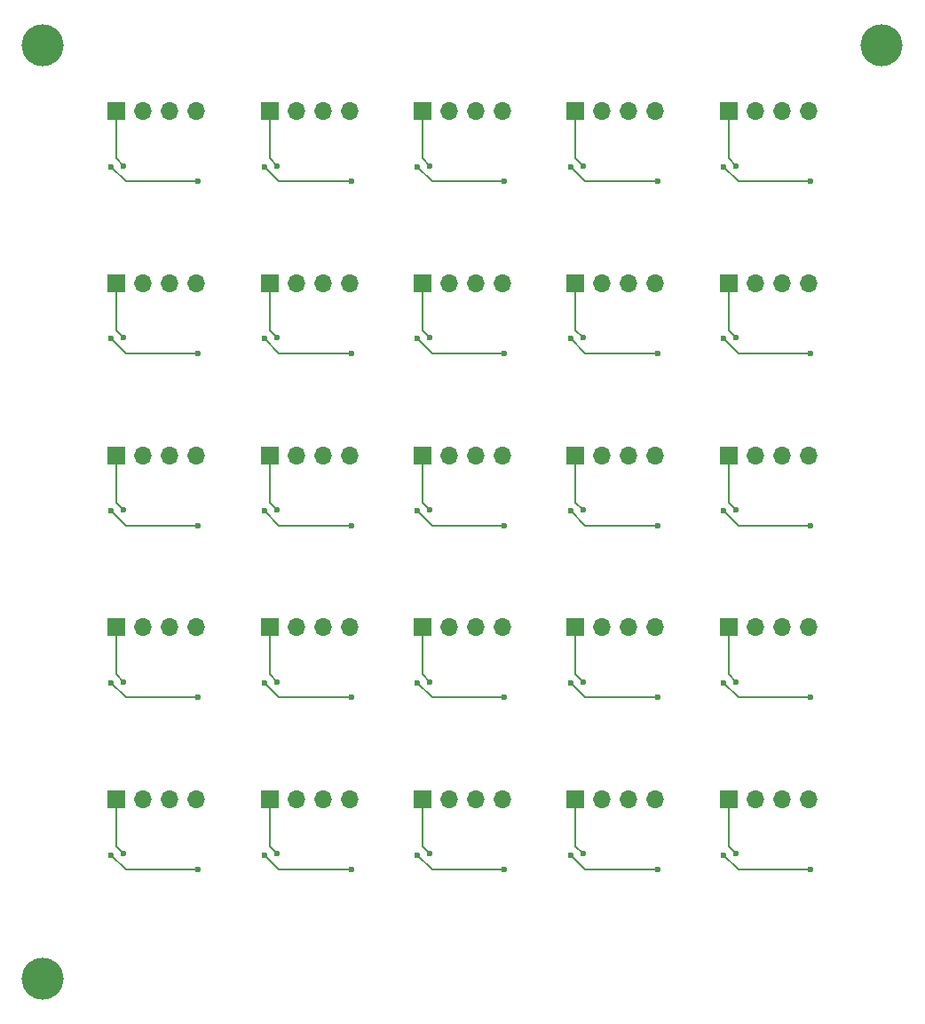
<source format=gbr>
%TF.GenerationSoftware,KiCad,Pcbnew,7.0.6-1.fc38*%
%TF.CreationDate,2023-07-31T16:19:08-04:00*%
%TF.ProjectId,bno085-i2c-board-v4-square-panel,626e6f30-3835-42d6-9932-632d626f6172,rev?*%
%TF.SameCoordinates,Original*%
%TF.FileFunction,Copper,L2,Bot*%
%TF.FilePolarity,Positive*%
%FSLAX46Y46*%
G04 Gerber Fmt 4.6, Leading zero omitted, Abs format (unit mm)*
G04 Created by KiCad (PCBNEW 7.0.6-1.fc38) date 2023-07-31 16:19:08*
%MOMM*%
%LPD*%
G01*
G04 APERTURE LIST*
%TA.AperFunction,ComponentPad*%
%ADD10R,1.700000X1.700000*%
%TD*%
%TA.AperFunction,ComponentPad*%
%ADD11O,1.700000X1.700000*%
%TD*%
%TA.AperFunction,SMDPad,CuDef*%
%ADD12C,4.000000*%
%TD*%
%TA.AperFunction,ViaPad*%
%ADD13C,0.600000*%
%TD*%
%TA.AperFunction,Conductor*%
%ADD14C,0.200000*%
%TD*%
G04 APERTURE END LIST*
D10*
%TO.P,J5,1,Pin_1*%
%TO.N,Board_20-GND*%
X9500000Y-74400000D03*
D11*
%TO.P,J5,2,Pin_2*%
%TO.N,Board_20-+3.3V*%
X12040000Y-74400000D03*
%TO.P,J5,3,Pin_3*%
%TO.N,Board_20-Net-(J5-Pin_3)*%
X14580000Y-74400000D03*
%TO.P,J5,4,Pin_4*%
%TO.N,Board_20-Net-(J5-Pin_4)*%
X17120000Y-74400000D03*
%TD*%
D10*
%TO.P,J5,1,Pin_1*%
%TO.N,Board_1-GND*%
X24100000Y-8800000D03*
D11*
%TO.P,J5,2,Pin_2*%
%TO.N,Board_1-+3.3V*%
X26640000Y-8800000D03*
%TO.P,J5,3,Pin_3*%
%TO.N,Board_1-Net-(J5-Pin_3)*%
X29180000Y-8800000D03*
%TO.P,J5,4,Pin_4*%
%TO.N,Board_1-Net-(J5-Pin_4)*%
X31720000Y-8800000D03*
%TD*%
D10*
%TO.P,J5,1,Pin_1*%
%TO.N,Board_24-GND*%
X67900000Y-74400000D03*
D11*
%TO.P,J5,2,Pin_2*%
%TO.N,Board_24-+3.3V*%
X70440000Y-74400000D03*
%TO.P,J5,3,Pin_3*%
%TO.N,Board_24-Net-(J5-Pin_3)*%
X72980000Y-74400000D03*
%TO.P,J5,4,Pin_4*%
%TO.N,Board_24-Net-(J5-Pin_4)*%
X75520000Y-74400000D03*
%TD*%
D10*
%TO.P,J5,1,Pin_1*%
%TO.N,Board_3-GND*%
X53300000Y-8800000D03*
D11*
%TO.P,J5,2,Pin_2*%
%TO.N,Board_3-+3.3V*%
X55840000Y-8800000D03*
%TO.P,J5,3,Pin_3*%
%TO.N,Board_3-Net-(J5-Pin_3)*%
X58380000Y-8800000D03*
%TO.P,J5,4,Pin_4*%
%TO.N,Board_3-Net-(J5-Pin_4)*%
X60920000Y-8800000D03*
%TD*%
D10*
%TO.P,J5,1,Pin_1*%
%TO.N,Board_8-GND*%
X53300000Y-25200000D03*
D11*
%TO.P,J5,2,Pin_2*%
%TO.N,Board_8-+3.3V*%
X55840000Y-25200000D03*
%TO.P,J5,3,Pin_3*%
%TO.N,Board_8-Net-(J5-Pin_3)*%
X58380000Y-25200000D03*
%TO.P,J5,4,Pin_4*%
%TO.N,Board_8-Net-(J5-Pin_4)*%
X60920000Y-25200000D03*
%TD*%
D10*
%TO.P,J5,1,Pin_1*%
%TO.N,Board_17-GND*%
X38700000Y-58000000D03*
D11*
%TO.P,J5,2,Pin_2*%
%TO.N,Board_17-+3.3V*%
X41240000Y-58000000D03*
%TO.P,J5,3,Pin_3*%
%TO.N,Board_17-Net-(J5-Pin_3)*%
X43780000Y-58000000D03*
%TO.P,J5,4,Pin_4*%
%TO.N,Board_17-Net-(J5-Pin_4)*%
X46320000Y-58000000D03*
%TD*%
D10*
%TO.P,J5,1,Pin_1*%
%TO.N,Board_9-GND*%
X67900000Y-25200000D03*
D11*
%TO.P,J5,2,Pin_2*%
%TO.N,Board_9-+3.3V*%
X70440000Y-25200000D03*
%TO.P,J5,3,Pin_3*%
%TO.N,Board_9-Net-(J5-Pin_3)*%
X72980000Y-25200000D03*
%TO.P,J5,4,Pin_4*%
%TO.N,Board_9-Net-(J5-Pin_4)*%
X75520000Y-25200000D03*
%TD*%
D10*
%TO.P,J5,1,Pin_1*%
%TO.N,Board_18-GND*%
X53300000Y-58000000D03*
D11*
%TO.P,J5,2,Pin_2*%
%TO.N,Board_18-+3.3V*%
X55840000Y-58000000D03*
%TO.P,J5,3,Pin_3*%
%TO.N,Board_18-Net-(J5-Pin_3)*%
X58380000Y-58000000D03*
%TO.P,J5,4,Pin_4*%
%TO.N,Board_18-Net-(J5-Pin_4)*%
X60920000Y-58000000D03*
%TD*%
D10*
%TO.P,J5,1,Pin_1*%
%TO.N,Board_21-GND*%
X24100000Y-74400000D03*
D11*
%TO.P,J5,2,Pin_2*%
%TO.N,Board_21-+3.3V*%
X26640000Y-74400000D03*
%TO.P,J5,3,Pin_3*%
%TO.N,Board_21-Net-(J5-Pin_3)*%
X29180000Y-74400000D03*
%TO.P,J5,4,Pin_4*%
%TO.N,Board_21-Net-(J5-Pin_4)*%
X31720000Y-74400000D03*
%TD*%
D10*
%TO.P,J5,1,Pin_1*%
%TO.N,Board_4-GND*%
X67900000Y-8800000D03*
D11*
%TO.P,J5,2,Pin_2*%
%TO.N,Board_4-+3.3V*%
X70440000Y-8800000D03*
%TO.P,J5,3,Pin_3*%
%TO.N,Board_4-Net-(J5-Pin_3)*%
X72980000Y-8800000D03*
%TO.P,J5,4,Pin_4*%
%TO.N,Board_4-Net-(J5-Pin_4)*%
X75520000Y-8800000D03*
%TD*%
D10*
%TO.P,J5,1,Pin_1*%
%TO.N,Board_13-GND*%
X53300000Y-41600000D03*
D11*
%TO.P,J5,2,Pin_2*%
%TO.N,Board_13-+3.3V*%
X55840000Y-41600000D03*
%TO.P,J5,3,Pin_3*%
%TO.N,Board_13-Net-(J5-Pin_3)*%
X58380000Y-41600000D03*
%TO.P,J5,4,Pin_4*%
%TO.N,Board_13-Net-(J5-Pin_4)*%
X60920000Y-41600000D03*
%TD*%
D10*
%TO.P,J5,1,Pin_1*%
%TO.N,Board_6-GND*%
X24100000Y-25200000D03*
D11*
%TO.P,J5,2,Pin_2*%
%TO.N,Board_6-+3.3V*%
X26640000Y-25200000D03*
%TO.P,J5,3,Pin_3*%
%TO.N,Board_6-Net-(J5-Pin_3)*%
X29180000Y-25200000D03*
%TO.P,J5,4,Pin_4*%
%TO.N,Board_6-Net-(J5-Pin_4)*%
X31720000Y-25200000D03*
%TD*%
D10*
%TO.P,J5,1,Pin_1*%
%TO.N,Board_14-GND*%
X67900000Y-41600000D03*
D11*
%TO.P,J5,2,Pin_2*%
%TO.N,Board_14-+3.3V*%
X70440000Y-41600000D03*
%TO.P,J5,3,Pin_3*%
%TO.N,Board_14-Net-(J5-Pin_3)*%
X72980000Y-41600000D03*
%TO.P,J5,4,Pin_4*%
%TO.N,Board_14-Net-(J5-Pin_4)*%
X75520000Y-41600000D03*
%TD*%
D10*
%TO.P,J5,1,Pin_1*%
%TO.N,Board_15-GND*%
X9500000Y-58000000D03*
D11*
%TO.P,J5,2,Pin_2*%
%TO.N,Board_15-+3.3V*%
X12040000Y-58000000D03*
%TO.P,J5,3,Pin_3*%
%TO.N,Board_15-Net-(J5-Pin_3)*%
X14580000Y-58000000D03*
%TO.P,J5,4,Pin_4*%
%TO.N,Board_15-Net-(J5-Pin_4)*%
X17120000Y-58000000D03*
%TD*%
D10*
%TO.P,J5,1,Pin_1*%
%TO.N,Board_19-GND*%
X67900000Y-58000000D03*
D11*
%TO.P,J5,2,Pin_2*%
%TO.N,Board_19-+3.3V*%
X70440000Y-58000000D03*
%TO.P,J5,3,Pin_3*%
%TO.N,Board_19-Net-(J5-Pin_3)*%
X72980000Y-58000000D03*
%TO.P,J5,4,Pin_4*%
%TO.N,Board_19-Net-(J5-Pin_4)*%
X75520000Y-58000000D03*
%TD*%
D10*
%TO.P,J5,1,Pin_1*%
%TO.N,Board_2-GND*%
X38700000Y-8800000D03*
D11*
%TO.P,J5,2,Pin_2*%
%TO.N,Board_2-+3.3V*%
X41240000Y-8800000D03*
%TO.P,J5,3,Pin_3*%
%TO.N,Board_2-Net-(J5-Pin_3)*%
X43780000Y-8800000D03*
%TO.P,J5,4,Pin_4*%
%TO.N,Board_2-Net-(J5-Pin_4)*%
X46320000Y-8800000D03*
%TD*%
D10*
%TO.P,J5,1,Pin_1*%
%TO.N,Board_11-GND*%
X24100000Y-41600000D03*
D11*
%TO.P,J5,2,Pin_2*%
%TO.N,Board_11-+3.3V*%
X26640000Y-41600000D03*
%TO.P,J5,3,Pin_3*%
%TO.N,Board_11-Net-(J5-Pin_3)*%
X29180000Y-41600000D03*
%TO.P,J5,4,Pin_4*%
%TO.N,Board_11-Net-(J5-Pin_4)*%
X31720000Y-41600000D03*
%TD*%
D10*
%TO.P,J5,1,Pin_1*%
%TO.N,Board_12-GND*%
X38700000Y-41600000D03*
D11*
%TO.P,J5,2,Pin_2*%
%TO.N,Board_12-+3.3V*%
X41240000Y-41600000D03*
%TO.P,J5,3,Pin_3*%
%TO.N,Board_12-Net-(J5-Pin_3)*%
X43780000Y-41600000D03*
%TO.P,J5,4,Pin_4*%
%TO.N,Board_12-Net-(J5-Pin_4)*%
X46320000Y-41600000D03*
%TD*%
D10*
%TO.P,J5,1,Pin_1*%
%TO.N,Board_0-GND*%
X9500000Y-8800000D03*
D11*
%TO.P,J5,2,Pin_2*%
%TO.N,Board_0-+3.3V*%
X12040000Y-8800000D03*
%TO.P,J5,3,Pin_3*%
%TO.N,Board_0-Net-(J5-Pin_3)*%
X14580000Y-8800000D03*
%TO.P,J5,4,Pin_4*%
%TO.N,Board_0-Net-(J5-Pin_4)*%
X17120000Y-8800000D03*
%TD*%
D10*
%TO.P,J5,1,Pin_1*%
%TO.N,Board_16-GND*%
X24100000Y-58000000D03*
D11*
%TO.P,J5,2,Pin_2*%
%TO.N,Board_16-+3.3V*%
X26640000Y-58000000D03*
%TO.P,J5,3,Pin_3*%
%TO.N,Board_16-Net-(J5-Pin_3)*%
X29180000Y-58000000D03*
%TO.P,J5,4,Pin_4*%
%TO.N,Board_16-Net-(J5-Pin_4)*%
X31720000Y-58000000D03*
%TD*%
D10*
%TO.P,J5,1,Pin_1*%
%TO.N,Board_22-GND*%
X38700000Y-74400000D03*
D11*
%TO.P,J5,2,Pin_2*%
%TO.N,Board_22-+3.3V*%
X41240000Y-74400000D03*
%TO.P,J5,3,Pin_3*%
%TO.N,Board_22-Net-(J5-Pin_3)*%
X43780000Y-74400000D03*
%TO.P,J5,4,Pin_4*%
%TO.N,Board_22-Net-(J5-Pin_4)*%
X46320000Y-74400000D03*
%TD*%
D10*
%TO.P,J5,1,Pin_1*%
%TO.N,Board_23-GND*%
X53300000Y-74400000D03*
D11*
%TO.P,J5,2,Pin_2*%
%TO.N,Board_23-+3.3V*%
X55840000Y-74400000D03*
%TO.P,J5,3,Pin_3*%
%TO.N,Board_23-Net-(J5-Pin_3)*%
X58380000Y-74400000D03*
%TO.P,J5,4,Pin_4*%
%TO.N,Board_23-Net-(J5-Pin_4)*%
X60920000Y-74400000D03*
%TD*%
D10*
%TO.P,J5,1,Pin_1*%
%TO.N,Board_10-GND*%
X9500000Y-41600000D03*
D11*
%TO.P,J5,2,Pin_2*%
%TO.N,Board_10-+3.3V*%
X12040000Y-41600000D03*
%TO.P,J5,3,Pin_3*%
%TO.N,Board_10-Net-(J5-Pin_3)*%
X14580000Y-41600000D03*
%TO.P,J5,4,Pin_4*%
%TO.N,Board_10-Net-(J5-Pin_4)*%
X17120000Y-41600000D03*
%TD*%
D10*
%TO.P,J5,1,Pin_1*%
%TO.N,Board_5-GND*%
X9500000Y-25200000D03*
D11*
%TO.P,J5,2,Pin_2*%
%TO.N,Board_5-+3.3V*%
X12040000Y-25200000D03*
%TO.P,J5,3,Pin_3*%
%TO.N,Board_5-Net-(J5-Pin_3)*%
X14580000Y-25200000D03*
%TO.P,J5,4,Pin_4*%
%TO.N,Board_5-Net-(J5-Pin_4)*%
X17120000Y-25200000D03*
%TD*%
D10*
%TO.P,J5,1,Pin_1*%
%TO.N,Board_7-GND*%
X38700000Y-25200000D03*
D11*
%TO.P,J5,2,Pin_2*%
%TO.N,Board_7-+3.3V*%
X41240000Y-25200000D03*
%TO.P,J5,3,Pin_3*%
%TO.N,Board_7-Net-(J5-Pin_3)*%
X43780000Y-25200000D03*
%TO.P,J5,4,Pin_4*%
%TO.N,Board_7-Net-(J5-Pin_4)*%
X46320000Y-25200000D03*
%TD*%
D12*
%TO.P,REF\u002A\u002A,*%
%TO.N,*%
X2500000Y-91500000D03*
%TD*%
%TO.P,REF\u002A\u002A,*%
%TO.N,*%
X82500000Y-2500000D03*
%TD*%
%TO.P,REF\u002A\u002A,*%
%TO.N,*%
X2500000Y-2500000D03*
%TD*%
D13*
%TO.N,Board_0-GND*%
X10200000Y-14000000D03*
%TO.N,Board_0-Net-(J5-Pin_3)*%
X9000000Y-14100000D03*
X17300000Y-15500000D03*
%TO.N,Board_1-GND*%
X24800000Y-14000000D03*
%TO.N,Board_1-Net-(J5-Pin_3)*%
X31900000Y-15500000D03*
X23600000Y-14100000D03*
%TO.N,Board_2-GND*%
X39400000Y-14000000D03*
%TO.N,Board_2-Net-(J5-Pin_3)*%
X46500000Y-15500000D03*
X38200000Y-14100000D03*
%TO.N,Board_3-GND*%
X54000000Y-14000000D03*
%TO.N,Board_3-Net-(J5-Pin_3)*%
X52800000Y-14100000D03*
X61100000Y-15500000D03*
%TO.N,Board_4-GND*%
X68600000Y-14000000D03*
%TO.N,Board_4-Net-(J5-Pin_3)*%
X75700000Y-15500000D03*
X67400000Y-14100000D03*
%TO.N,Board_5-GND*%
X10200000Y-30400000D03*
%TO.N,Board_5-Net-(J5-Pin_3)*%
X17300000Y-31900000D03*
X9000000Y-30500000D03*
%TO.N,Board_6-GND*%
X24800000Y-30400000D03*
%TO.N,Board_6-Net-(J5-Pin_3)*%
X31900000Y-31900000D03*
X23600000Y-30500000D03*
%TO.N,Board_7-GND*%
X39400000Y-30400000D03*
%TO.N,Board_7-Net-(J5-Pin_3)*%
X46500000Y-31900000D03*
X38200000Y-30500000D03*
%TO.N,Board_8-GND*%
X54000000Y-30400000D03*
%TO.N,Board_8-Net-(J5-Pin_3)*%
X52800000Y-30500000D03*
X61100000Y-31900000D03*
%TO.N,Board_9-GND*%
X68600000Y-30400000D03*
%TO.N,Board_9-Net-(J5-Pin_3)*%
X67400000Y-30500000D03*
X75700000Y-31900000D03*
%TO.N,Board_10-GND*%
X10200000Y-46800000D03*
%TO.N,Board_10-Net-(J5-Pin_3)*%
X9000000Y-46900000D03*
X17300000Y-48300000D03*
%TO.N,Board_11-GND*%
X24800000Y-46800000D03*
%TO.N,Board_11-Net-(J5-Pin_3)*%
X31900000Y-48300000D03*
X23600000Y-46900000D03*
%TO.N,Board_12-GND*%
X39400000Y-46800000D03*
%TO.N,Board_12-Net-(J5-Pin_3)*%
X46500000Y-48300000D03*
X38200000Y-46900000D03*
%TO.N,Board_13-GND*%
X54000000Y-46800000D03*
%TO.N,Board_13-Net-(J5-Pin_3)*%
X52800000Y-46900000D03*
X61100000Y-48300000D03*
%TO.N,Board_14-GND*%
X68600000Y-46800000D03*
%TO.N,Board_14-Net-(J5-Pin_3)*%
X67400000Y-46900000D03*
X75700000Y-48300000D03*
%TO.N,Board_15-GND*%
X10200000Y-63200000D03*
%TO.N,Board_15-Net-(J5-Pin_3)*%
X17300000Y-64700000D03*
X9000000Y-63300000D03*
%TO.N,Board_16-GND*%
X24800000Y-63200000D03*
%TO.N,Board_16-Net-(J5-Pin_3)*%
X23600000Y-63300000D03*
X31900000Y-64700000D03*
%TO.N,Board_17-GND*%
X39400000Y-63200000D03*
%TO.N,Board_17-Net-(J5-Pin_3)*%
X38200000Y-63300000D03*
X46500000Y-64700000D03*
%TO.N,Board_18-GND*%
X54000000Y-63200000D03*
%TO.N,Board_18-Net-(J5-Pin_3)*%
X61100000Y-64700000D03*
X52800000Y-63300000D03*
%TO.N,Board_19-GND*%
X68600000Y-63200000D03*
%TO.N,Board_19-Net-(J5-Pin_3)*%
X75700000Y-64700000D03*
X67400000Y-63300000D03*
%TO.N,Board_20-GND*%
X10200000Y-79600000D03*
%TO.N,Board_20-Net-(J5-Pin_3)*%
X17300000Y-81100000D03*
X9000000Y-79700000D03*
%TO.N,Board_21-GND*%
X24800000Y-79600000D03*
%TO.N,Board_21-Net-(J5-Pin_3)*%
X23600000Y-79700000D03*
X31900000Y-81100000D03*
%TO.N,Board_22-GND*%
X39400000Y-79600000D03*
%TO.N,Board_22-Net-(J5-Pin_3)*%
X38200000Y-79700000D03*
X46500000Y-81100000D03*
%TO.N,Board_23-GND*%
X54000000Y-79600000D03*
%TO.N,Board_23-Net-(J5-Pin_3)*%
X61100000Y-81100000D03*
X52800000Y-79700000D03*
%TO.N,Board_24-GND*%
X68600000Y-79600000D03*
%TO.N,Board_24-Net-(J5-Pin_3)*%
X75700000Y-81100000D03*
X67400000Y-79700000D03*
%TD*%
D14*
%TO.N,Board_0-GND*%
X9500000Y-13300000D02*
X9500000Y-8800000D01*
X10200000Y-14000000D02*
X9500000Y-13300000D01*
%TO.N,Board_0-Net-(J5-Pin_3)*%
X9000000Y-14100000D02*
X10400000Y-15500000D01*
X10400000Y-15500000D02*
X17300000Y-15500000D01*
%TO.N,Board_1-GND*%
X24100000Y-13300000D02*
X24100000Y-8800000D01*
X24800000Y-14000000D02*
X24100000Y-13300000D01*
%TO.N,Board_1-Net-(J5-Pin_3)*%
X23600000Y-14100000D02*
X25000000Y-15500000D01*
X25000000Y-15500000D02*
X31900000Y-15500000D01*
%TO.N,Board_2-GND*%
X38700000Y-13300000D02*
X38700000Y-8800000D01*
X39400000Y-14000000D02*
X38700000Y-13300000D01*
%TO.N,Board_2-Net-(J5-Pin_3)*%
X38200000Y-14100000D02*
X39600000Y-15500000D01*
X39600000Y-15500000D02*
X46500000Y-15500000D01*
%TO.N,Board_3-GND*%
X53300000Y-13300000D02*
X53300000Y-8800000D01*
X54000000Y-14000000D02*
X53300000Y-13300000D01*
%TO.N,Board_3-Net-(J5-Pin_3)*%
X52800000Y-14100000D02*
X54200000Y-15500000D01*
X54200000Y-15500000D02*
X61100000Y-15500000D01*
%TO.N,Board_4-GND*%
X68600000Y-14000000D02*
X67900000Y-13300000D01*
X67900000Y-13300000D02*
X67900000Y-8800000D01*
%TO.N,Board_4-Net-(J5-Pin_3)*%
X67400000Y-14100000D02*
X68800000Y-15500000D01*
X68800000Y-15500000D02*
X75700000Y-15500000D01*
%TO.N,Board_5-GND*%
X10200000Y-30400000D02*
X9500000Y-29700000D01*
X9500000Y-29700000D02*
X9500000Y-25200000D01*
%TO.N,Board_5-Net-(J5-Pin_3)*%
X10400000Y-31900000D02*
X17300000Y-31900000D01*
X9000000Y-30500000D02*
X10400000Y-31900000D01*
%TO.N,Board_6-GND*%
X24100000Y-29700000D02*
X24100000Y-25200000D01*
X24800000Y-30400000D02*
X24100000Y-29700000D01*
%TO.N,Board_6-Net-(J5-Pin_3)*%
X23600000Y-30500000D02*
X25000000Y-31900000D01*
X25000000Y-31900000D02*
X31900000Y-31900000D01*
%TO.N,Board_7-GND*%
X38700000Y-29700000D02*
X38700000Y-25200000D01*
X39400000Y-30400000D02*
X38700000Y-29700000D01*
%TO.N,Board_7-Net-(J5-Pin_3)*%
X38200000Y-30500000D02*
X39600000Y-31900000D01*
X39600000Y-31900000D02*
X46500000Y-31900000D01*
%TO.N,Board_8-GND*%
X54000000Y-30400000D02*
X53300000Y-29700000D01*
X53300000Y-29700000D02*
X53300000Y-25200000D01*
%TO.N,Board_8-Net-(J5-Pin_3)*%
X52800000Y-30500000D02*
X54200000Y-31900000D01*
X54200000Y-31900000D02*
X61100000Y-31900000D01*
%TO.N,Board_9-GND*%
X67900000Y-29700000D02*
X67900000Y-25200000D01*
X68600000Y-30400000D02*
X67900000Y-29700000D01*
%TO.N,Board_9-Net-(J5-Pin_3)*%
X68800000Y-31900000D02*
X75700000Y-31900000D01*
X67400000Y-30500000D02*
X68800000Y-31900000D01*
%TO.N,Board_10-GND*%
X9500000Y-46100000D02*
X9500000Y-41600000D01*
X10200000Y-46800000D02*
X9500000Y-46100000D01*
%TO.N,Board_10-Net-(J5-Pin_3)*%
X10400000Y-48300000D02*
X17300000Y-48300000D01*
X9000000Y-46900000D02*
X10400000Y-48300000D01*
%TO.N,Board_11-GND*%
X24800000Y-46800000D02*
X24100000Y-46100000D01*
X24100000Y-46100000D02*
X24100000Y-41600000D01*
%TO.N,Board_11-Net-(J5-Pin_3)*%
X23600000Y-46900000D02*
X25000000Y-48300000D01*
X25000000Y-48300000D02*
X31900000Y-48300000D01*
%TO.N,Board_12-GND*%
X39400000Y-46800000D02*
X38700000Y-46100000D01*
X38700000Y-46100000D02*
X38700000Y-41600000D01*
%TO.N,Board_12-Net-(J5-Pin_3)*%
X38200000Y-46900000D02*
X39600000Y-48300000D01*
X39600000Y-48300000D02*
X46500000Y-48300000D01*
%TO.N,Board_13-GND*%
X54000000Y-46800000D02*
X53300000Y-46100000D01*
X53300000Y-46100000D02*
X53300000Y-41600000D01*
%TO.N,Board_13-Net-(J5-Pin_3)*%
X52800000Y-46900000D02*
X54200000Y-48300000D01*
X54200000Y-48300000D02*
X61100000Y-48300000D01*
%TO.N,Board_14-GND*%
X67900000Y-46100000D02*
X67900000Y-41600000D01*
X68600000Y-46800000D02*
X67900000Y-46100000D01*
%TO.N,Board_14-Net-(J5-Pin_3)*%
X67400000Y-46900000D02*
X68800000Y-48300000D01*
X68800000Y-48300000D02*
X75700000Y-48300000D01*
%TO.N,Board_15-GND*%
X9500000Y-62500000D02*
X9500000Y-58000000D01*
X10200000Y-63200000D02*
X9500000Y-62500000D01*
%TO.N,Board_15-Net-(J5-Pin_3)*%
X9000000Y-63300000D02*
X10400000Y-64700000D01*
X10400000Y-64700000D02*
X17300000Y-64700000D01*
%TO.N,Board_16-GND*%
X24100000Y-62500000D02*
X24100000Y-58000000D01*
X24800000Y-63200000D02*
X24100000Y-62500000D01*
%TO.N,Board_16-Net-(J5-Pin_3)*%
X25000000Y-64700000D02*
X31900000Y-64700000D01*
X23600000Y-63300000D02*
X25000000Y-64700000D01*
%TO.N,Board_17-GND*%
X39400000Y-63200000D02*
X38700000Y-62500000D01*
X38700000Y-62500000D02*
X38700000Y-58000000D01*
%TO.N,Board_17-Net-(J5-Pin_3)*%
X39600000Y-64700000D02*
X46500000Y-64700000D01*
X38200000Y-63300000D02*
X39600000Y-64700000D01*
%TO.N,Board_18-GND*%
X54000000Y-63200000D02*
X53300000Y-62500000D01*
X53300000Y-62500000D02*
X53300000Y-58000000D01*
%TO.N,Board_18-Net-(J5-Pin_3)*%
X52800000Y-63300000D02*
X54200000Y-64700000D01*
X54200000Y-64700000D02*
X61100000Y-64700000D01*
%TO.N,Board_19-GND*%
X67900000Y-62500000D02*
X67900000Y-58000000D01*
X68600000Y-63200000D02*
X67900000Y-62500000D01*
%TO.N,Board_19-Net-(J5-Pin_3)*%
X68800000Y-64700000D02*
X75700000Y-64700000D01*
X67400000Y-63300000D02*
X68800000Y-64700000D01*
%TO.N,Board_20-GND*%
X9500000Y-78900000D02*
X9500000Y-74400000D01*
X10200000Y-79600000D02*
X9500000Y-78900000D01*
%TO.N,Board_20-Net-(J5-Pin_3)*%
X9000000Y-79700000D02*
X10400000Y-81100000D01*
X10400000Y-81100000D02*
X17300000Y-81100000D01*
%TO.N,Board_21-GND*%
X24100000Y-78900000D02*
X24100000Y-74400000D01*
X24800000Y-79600000D02*
X24100000Y-78900000D01*
%TO.N,Board_21-Net-(J5-Pin_3)*%
X23600000Y-79700000D02*
X25000000Y-81100000D01*
X25000000Y-81100000D02*
X31900000Y-81100000D01*
%TO.N,Board_22-GND*%
X39400000Y-79600000D02*
X38700000Y-78900000D01*
X38700000Y-78900000D02*
X38700000Y-74400000D01*
%TO.N,Board_22-Net-(J5-Pin_3)*%
X38200000Y-79700000D02*
X39600000Y-81100000D01*
X39600000Y-81100000D02*
X46500000Y-81100000D01*
%TO.N,Board_23-GND*%
X54000000Y-79600000D02*
X53300000Y-78900000D01*
X53300000Y-78900000D02*
X53300000Y-74400000D01*
%TO.N,Board_23-Net-(J5-Pin_3)*%
X54200000Y-81100000D02*
X61100000Y-81100000D01*
X52800000Y-79700000D02*
X54200000Y-81100000D01*
%TO.N,Board_24-GND*%
X68600000Y-79600000D02*
X67900000Y-78900000D01*
X67900000Y-78900000D02*
X67900000Y-74400000D01*
%TO.N,Board_24-Net-(J5-Pin_3)*%
X67400000Y-79700000D02*
X68800000Y-81100000D01*
X68800000Y-81100000D02*
X75700000Y-81100000D01*
%TD*%
M02*

</source>
